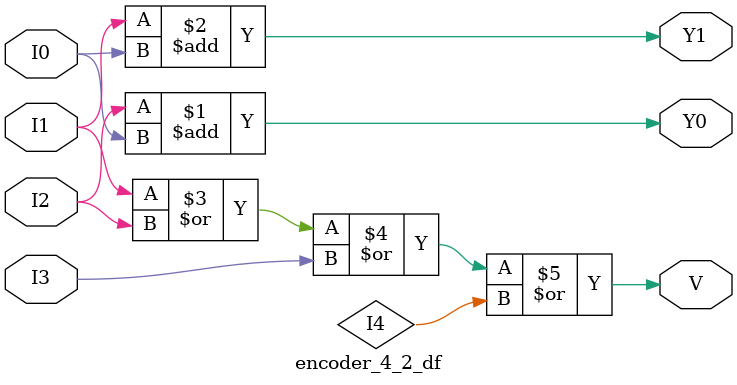
<source format=sv>
module encoder_4_2_df(Y1,Y0,I3,I2,I1,I0,V);
  input I3,I2,I1,I0;
  output Y1,Y0,V;
  
  assign Y0 = I2 + I0;
  assign Y1 = I1 + I0;
  assign V = I1 | I2 | I3 | I4;
  
endmodule

</source>
